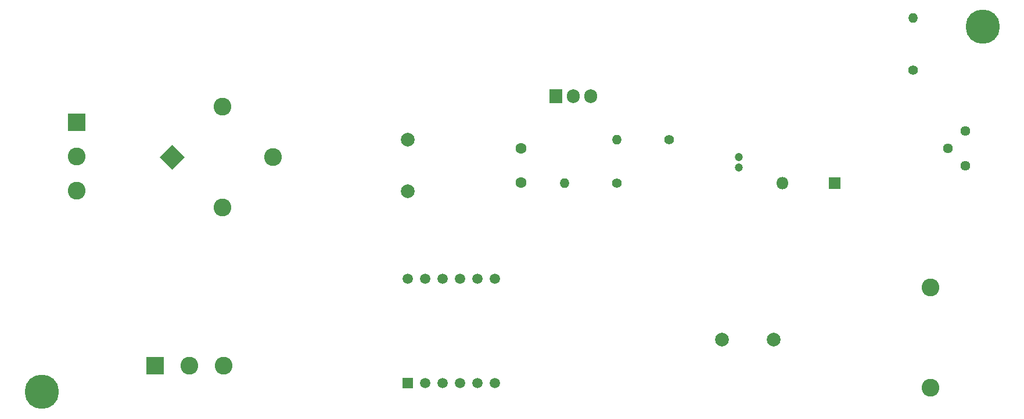
<source format=gbs>
%TF.GenerationSoftware,KiCad,Pcbnew,(5.1.10)-1*%
%TF.CreationDate,2021-12-30T01:37:01+05:30*%
%TF.ProjectId,New,4e65772e-6b69-4636-9164-5f7063625858,Final*%
%TF.SameCoordinates,Original*%
%TF.FileFunction,Soldermask,Bot*%
%TF.FilePolarity,Negative*%
%FSLAX46Y46*%
G04 Gerber Fmt 4.6, Leading zero omitted, Abs format (unit mm)*
G04 Created by KiCad (PCBNEW (5.1.10)-1) date 2021-12-30 01:37:01*
%MOMM*%
%LPD*%
G01*
G04 APERTURE LIST*
%ADD10C,1.440000*%
%ADD11C,2.600000*%
%ADD12R,2.600000X2.600000*%
%ADD13C,5.000000*%
%ADD14C,1.500000*%
%ADD15R,1.500000X1.500000*%
%ADD16C,2.000000*%
%ADD17O,1.400000X1.400000*%
%ADD18C,1.400000*%
%ADD19C,1.200000*%
%ADD20O,1.905000X2.000000*%
%ADD21R,1.905000X2.000000*%
%ADD22O,1.800000X1.800000*%
%ADD23R,1.800000X1.800000*%
%ADD24C,0.100000*%
%ADD25C,1.600000*%
G04 APERTURE END LIST*
D10*
%TO.C,RV1*%
X209550000Y-83820000D03*
X207010000Y-86360000D03*
X209550000Y-88900000D03*
%TD*%
D11*
%TO.C,J2*%
X101440000Y-118110000D03*
X96440000Y-118110000D03*
D12*
X91440000Y-118110000D03*
%TD*%
D11*
%TO.C,J1*%
X80010000Y-92550000D03*
X80010000Y-87550000D03*
D12*
X80010000Y-82550000D03*
%TD*%
D13*
%TO.C,H2*%
X74930000Y-121920000D03*
%TD*%
%TO.C,H1*%
X212090000Y-68580000D03*
%TD*%
D14*
%TO.C,MES1*%
X128270000Y-105410000D03*
X130810000Y-105410000D03*
X133350000Y-105410000D03*
X135890000Y-105410000D03*
X138430000Y-105410000D03*
X140970000Y-105410000D03*
X140970000Y-120650000D03*
X138430000Y-120650000D03*
X135890000Y-120650000D03*
X133350000Y-120650000D03*
X130810000Y-120650000D03*
D15*
X128270000Y-120650000D03*
%TD*%
D16*
%TO.C,C4*%
X174110000Y-114300000D03*
X181610000Y-114300000D03*
%TD*%
D17*
%TO.C,R3*%
X201930000Y-67310000D03*
D18*
X201930000Y-74930000D03*
%TD*%
D19*
%TO.C,C3*%
X176530000Y-89130000D03*
X176530000Y-87630000D03*
%TD*%
D17*
%TO.C,R1*%
X158750000Y-85090000D03*
D18*
X166370000Y-85090000D03*
%TD*%
D20*
%TO.C,U1*%
X154940000Y-78740000D03*
X152400000Y-78740000D03*
D21*
X149860000Y-78740000D03*
%TD*%
D17*
%TO.C,R2*%
X151130000Y-91440000D03*
D18*
X158750000Y-91440000D03*
%TD*%
D11*
%TO.C,L1*%
X204470000Y-121290000D03*
X204470000Y-106680000D03*
%TD*%
D22*
%TO.C,D2*%
X182880000Y-91440000D03*
D23*
X190500000Y-91440000D03*
%TD*%
D11*
%TO.C,D1*%
X101333911Y-94983911D03*
D24*
G36*
X93980000Y-89468478D02*
G01*
X92141522Y-87630000D01*
X93980000Y-85791522D01*
X95818478Y-87630000D01*
X93980000Y-89468478D01*
G37*
D11*
X101333911Y-80276089D03*
X108687821Y-87630000D03*
%TD*%
D25*
%TO.C,C2*%
X144780000Y-91360000D03*
X144780000Y-86360000D03*
%TD*%
D16*
%TO.C,C1*%
X128270000Y-92590000D03*
X128270000Y-85090000D03*
%TD*%
M02*

</source>
